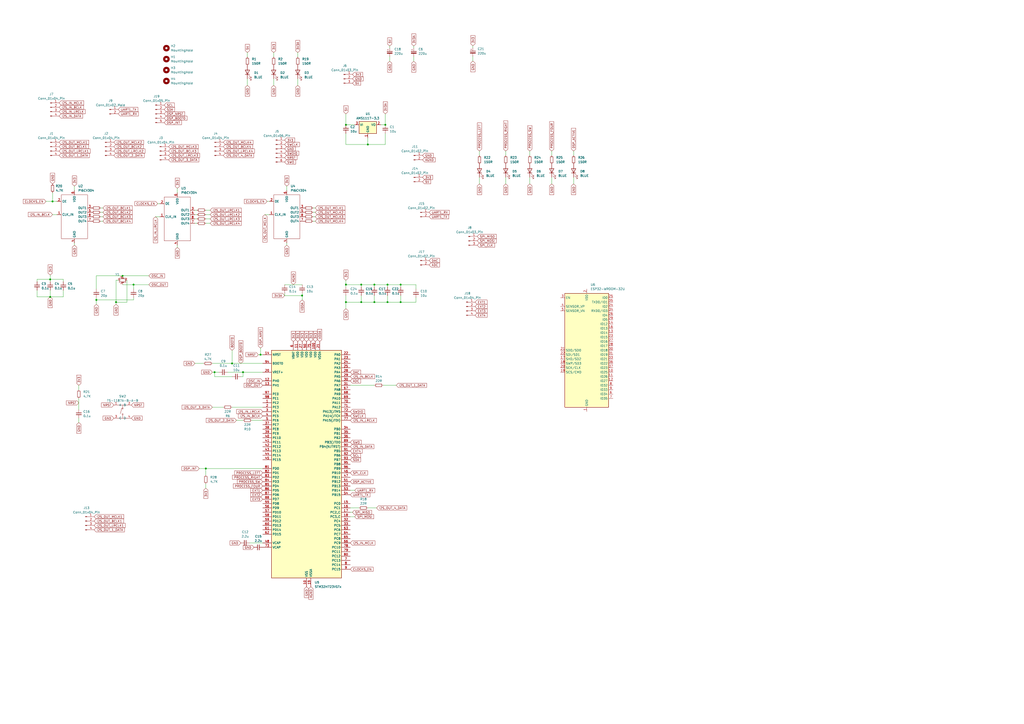
<source format=kicad_sch>
(kicad_sch (version 20231120) (generator "eeschema") (generator_version "8.0")
  (paper "A2")
  (junction (at 151.13 205.74))
  (junction (at 200.66 72.39))
  (junction (at 232.41 165.1))
  (junction (at 213.36 83.82))
  (junction (at 217.17 175.26))
  (junction (at 30.48 116.84))
  (junction (at 77.47 165.1))
  (junction (at 140.97 215.9))
  (junction (at 223.52 72.39))
  (junction (at 175.26 171.45))
  (junction (at 209.55 175.26))
  (junction (at 200.66 175.26))
  (junction (at 232.41 175.26))
  (junction (at 124.46 215.9))
  (junction (at 119.38 271.78))
  (junction (at 71.12 160.02))
  (junction (at 224.79 165.1))
  (junction (at 217.17 165.1))
  (junction (at 29.1123 162.0714))
  (junction (at 200.66 165.1))
  (junction (at 209.55 165.1))
  (junction (at 55.88 173.99))
  (junction (at 134.62 210.82))
  (junction (at 67.31 175.26))
  (junction (at 224.79 175.26))
  (junction (at 29.1123 172.2314))
  (wire (pts (xy 200.66 165.1) (xy 200.66 166.37)))
  (wire (pts (xy 232.41 175.26) (xy 241.3 175.26)))
  (wire (pts (xy 320.04 87.63) (xy 320.04 90.17)))
  (wire (pts (xy 200.66 66.04) (xy 200.66 72.39)))
  (wire (pts (xy 67.31 162.56) (xy 67.31 175.26)))
  (wire (pts (xy 45.72 231.14) (xy 45.72 237.49)))
  (wire (pts (xy 232.41 175.26) (xy 224.79 175.26)))
  (wire (pts (xy 123.19 215.9) (xy 124.46 215.9)))
  (wire (pts (xy 209.55 171.45) (xy 209.55 175.26)))
  (wire (pts (xy 240.03 26.67) (xy 240.03 27.813)))
  (wire (pts (xy 151.13 205.74) (xy 152.4 205.74)))
  (wire (pts (xy 71.12 160.02) (xy 55.88 160.02)))
  (wire (pts (xy 43.18 107.95) (xy 43.18 110.49)))
  (wire (pts (xy 232.41 171.45) (xy 232.41 175.26)))
  (wire (pts (xy 102.87 109.22) (xy 102.87 111.76)))
  (wire (pts (xy 182.88 128.27) (xy 181.61 128.27)))
  (wire (pts (xy 205.74 299.72) (xy 203.2 299.72)))
  (wire (pts (xy 172.72 49.53) (xy 172.72 45.72)))
  (wire (pts (xy 121.92 129.54) (xy 119.38 129.54)))
  (wire (pts (xy 226.06 26.67) (xy 226.06 27.813)))
  (wire (pts (xy 166.37 107.95) (xy 166.37 110.49)))
  (wire (pts (xy 119.38 271.78) (xy 152.4 271.78)))
  (wire (pts (xy 29.1123 159.5314) (xy 29.1123 162.0714)))
  (wire (pts (xy 224.79 171.45) (xy 224.79 175.26)))
  (wire (pts (xy 91.44 118.11) (xy 92.71 118.11)))
  (wire (pts (xy 217.17 171.45) (xy 217.17 175.26)))
  (wire (pts (xy 204.47 297.18) (xy 203.2 297.18)))
  (wire (pts (xy 29.1123 168.4214) (xy 29.1123 172.2314)))
  (wire (pts (xy 143.51 49.53) (xy 143.51 45.72)))
  (wire (pts (xy 59.69 128.27) (xy 58.42 128.27)))
  (wire (pts (xy 200.66 77.47) (xy 200.66 83.82)))
  (wire (pts (xy 241.3 167.64) (xy 241.3 165.1)))
  (wire (pts (xy 217.17 175.26) (xy 209.55 175.26)))
  (wire (pts (xy 213.36 80.01) (xy 213.36 83.82)))
  (wire (pts (xy 77.47 165.1) (xy 77.47 167.64)))
  (wire (pts (xy 274.32 26.543) (xy 274.32 27.686)))
  (wire (pts (xy 139.7 218.44) (xy 140.97 218.44)))
  (wire (pts (xy 59.69 123.19) (xy 58.42 123.19)))
  (wire (pts (xy 21.4923 162.0714) (xy 29.1123 162.0714)))
  (wire (pts (xy 55.88 172.72) (xy 55.88 173.99)))
  (wire (pts (xy 232.41 165.1) (xy 232.41 166.37)))
  (wire (pts (xy 224.79 175.26) (xy 217.17 175.26)))
  (wire (pts (xy 165.1 171.45) (xy 165.1 170.18)))
  (wire (pts (xy 218.44 294.64) (xy 213.36 294.64)))
  (wire (pts (xy 68.58 162.56) (xy 67.31 162.56)))
  (wire (pts (xy 59.69 120.65) (xy 58.42 120.65)))
  (wire (pts (xy 67.31 175.26) (xy 73.66 175.26)))
  (wire (pts (xy 71.12 160.02) (xy 86.36 160.02)))
  (wire (pts (xy 55.88 173.99) (xy 55.88 176.53)))
  (wire (pts (xy 30.48 116.84) (xy 33.02 116.84)))
  (wire (pts (xy 154.94 116.84) (xy 156.21 116.84)))
  (wire (pts (xy 307.34 106.68) (xy 307.34 102.87)))
  (wire (pts (xy 55.88 173.99) (xy 77.47 173.99)))
  (wire (pts (xy 224.79 165.1) (xy 232.41 165.1)))
  (wire (pts (xy 67.31 175.26) (xy 67.31 176.53)))
  (wire (pts (xy 217.17 165.1) (xy 224.79 165.1)))
  (wire (pts (xy 121.92 121.92) (xy 119.38 121.92)))
  (wire (pts (xy 134.62 218.44) (xy 124.46 218.44)))
  (wire (pts (xy 240.03 35.56) (xy 240.03 32.893)))
  (wire (pts (xy 123.19 210.82) (xy 134.62 210.82)))
  (wire (pts (xy 114.3 124.46) (xy 113.03 124.46)))
  (wire (pts (xy 140.97 215.9) (xy 152.4 215.9)))
  (wire (pts (xy 124.46 215.9) (xy 127 215.9)))
  (wire (pts (xy 182.88 120.65) (xy 181.61 120.65)))
  (wire (pts (xy 36.7323 162.0714) (xy 36.7323 163.3414)))
  (wire (pts (xy 140.97 218.44) (xy 140.97 215.9)))
  (wire (pts (xy 45.72 223.52) (xy 45.72 226.06)))
  (wire (pts (xy 36.7323 168.4214) (xy 36.7323 172.2314)))
  (wire (pts (xy 209.55 165.1) (xy 217.17 165.1)))
  (wire (pts (xy 200.66 72.39) (xy 205.74 72.39)))
  (wire (pts (xy 134.62 236.22) (xy 152.4 236.22)))
  (wire (pts (xy 278.13 87.63) (xy 278.13 90.17)))
  (wire (pts (xy 278.13 106.68) (xy 278.13 102.87)))
  (wire (pts (xy 26.67 116.84) (xy 30.48 116.84)))
  (wire (pts (xy 172.72 30.48) (xy 172.72 33.02)))
  (wire (pts (xy 153.67 124.46) (xy 156.21 124.46)))
  (wire (pts (xy 114.3 129.54) (xy 113.03 129.54)))
  (wire (pts (xy 200.66 162.56) (xy 200.66 165.1)))
  (wire (pts (xy 119.38 275.59) (xy 119.38 271.78)))
  (wire (pts (xy 124.46 218.44) (xy 124.46 215.9)))
  (wire (pts (xy 200.66 179.07) (xy 200.66 175.26)))
  (wire (pts (xy 146.05 243.84) (xy 152.4 243.84)))
  (wire (pts (xy 175.26 173.99) (xy 175.26 171.45)))
  (wire (pts (xy 132.08 215.9) (xy 140.97 215.9)))
  (wire (pts (xy 223.52 66.04) (xy 223.52 72.39)))
  (wire (pts (xy 166.37 142.24) (xy 166.37 140.97)))
  (wire (pts (xy 217.17 165.1) (xy 217.17 166.37)))
  (wire (pts (xy 121.92 124.46) (xy 119.38 124.46)))
  (wire (pts (xy 137.16 243.84) (xy 140.97 243.84)))
  (wire (pts (xy 43.18 142.24) (xy 43.18 140.97)))
  (wire (pts (xy 209.55 165.1) (xy 209.55 166.37)))
  (wire (pts (xy 175.26 171.45) (xy 165.1 171.45)))
  (wire (pts (xy 36.7323 172.2314) (xy 29.1123 172.2314)))
  (wire (pts (xy 123.19 236.22) (xy 129.54 236.22)))
  (wire (pts (xy 113.03 210.82) (xy 118.11 210.82)))
  (wire (pts (xy 320.04 106.68) (xy 320.04 102.87)))
  (wire (pts (xy 226.06 35.56) (xy 226.06 32.893)))
  (wire (pts (xy 307.34 87.63) (xy 307.34 90.17)))
  (wire (pts (xy 102.87 143.51) (xy 102.87 142.24)))
  (wire (pts (xy 200.66 165.1) (xy 209.55 165.1)))
  (wire (pts (xy 77.47 173.99) (xy 77.47 172.72)))
  (wire (pts (xy 115.57 271.78) (xy 119.38 271.78)))
  (wire (pts (xy 241.3 172.72) (xy 241.3 175.26)))
  (wire (pts (xy 29.1123 162.0714) (xy 36.7323 162.0714)))
  (wire (pts (xy 151.13 201.93) (xy 151.13 205.74)))
  (wire (pts (xy 30.48 124.46) (xy 33.02 124.46)))
  (wire (pts (xy 90.17 125.73) (xy 92.71 125.73)))
  (wire (pts (xy 205.74 284.48) (xy 203.2 284.48)))
  (wire (pts (xy 208.28 294.64) (xy 203.2 294.64)))
  (wire (pts (xy 224.79 165.1) (xy 224.79 166.37)))
  (wire (pts (xy 143.51 30.48) (xy 143.51 33.02)))
  (wire (pts (xy 144.78 314.96) (xy 152.4 314.96)))
  (wire (pts (xy 119.38 283.21) (xy 119.38 280.67)))
  (wire (pts (xy 213.36 83.82) (xy 223.52 83.82)))
  (wire (pts (xy 293.37 87.63) (xy 293.37 90.17)))
  (wire (pts (xy 55.88 160.02) (xy 55.88 167.64)))
  (wire (pts (xy 29.1123 162.0714) (xy 29.1123 163.3414)))
  (wire (pts (xy 134.62 203.2) (xy 134.62 210.82)))
  (wire (pts (xy 29.1123 172.2314) (xy 21.4923 172.2314)))
  (wire (pts (xy 59.69 125.73) (xy 58.42 125.73)))
  (wire (pts (xy 232.41 165.1) (xy 241.3 165.1)))
  (wire (pts (xy 332.74 87.63) (xy 332.74 90.17)))
  (wire (pts (xy 223.52 72.39) (xy 220.98 72.39)))
  (wire (pts (xy 223.52 83.82) (xy 223.52 77.47)))
  (wire (pts (xy 114.3 127) (xy 113.03 127)))
  (wire (pts (xy 165.1 165.1) (xy 175.26 165.1)))
  (wire (pts (xy 293.37 106.68) (xy 293.37 102.87)))
  (wire (pts (xy 30.48 111.76) (xy 30.48 116.84)))
  (wire (pts (xy 149.86 205.74) (xy 151.13 205.74)))
  (wire (pts (xy 73.66 162.56) (xy 73.66 175.26)))
  (wire (pts (xy 209.55 175.26) (xy 200.66 175.26)))
  (wire (pts (xy 332.74 106.68) (xy 332.74 102.87)))
  (wire (pts (xy 200.66 175.26) (xy 200.66 171.45)))
  (wire (pts (xy 45.72 245.11) (xy 45.72 242.57)))
  (wire (pts (xy 114.3 121.92) (xy 113.03 121.92)))
  (wire (pts (xy 200.66 83.82) (xy 213.36 83.82)))
  (wire (pts (xy 77.47 165.1) (xy 86.36 165.1)))
  (wire (pts (xy 175.26 171.45) (xy 175.26 170.18)))
  (wire (pts (xy 158.75 30.48) (xy 158.75 33.02)))
  (wire (pts (xy 274.32 35.433) (xy 274.32 32.766)))
  (wire (pts (xy 229.87 223.52) (xy 222.25 223.52)))
  (wire (pts (xy 203.2 223.52) (xy 217.17 223.52)))
  (wire (pts (xy 21.4923 162.0714) (xy 21.4923 163.3414)))
  (wire (pts (xy 134.62 210.82) (xy 152.4 210.82)))
  (wire (pts (xy 182.88 125.73) (xy 181.61 125.73)))
  (wire (pts (xy 158.75 49.53) (xy 158.75 45.72)))
  (wire (pts (xy 182.88 123.19) (xy 181.61 123.19)))
  (wire (pts (xy 21.4923 168.4214) (xy 21.4923 172.2314)))
  (wire (pts (xy 121.92 127) (xy 119.38 127)))
  (wire (pts (xy 71.12 165.1) (xy 77.47 165.1)))
  (global_label "I2S_IN_BCLK" (shape input) (at 34.29 62.23 0) (property "Intersheetrefs" "${INTERSHEET_REFS}" (effects (hide yes))))
  (global_label "GND" (shape input) (at 320.04 106.68 270) (property "Intersheetrefs" "${INTERSHEET_REFS}" (effects (hide yes))))
  (global_label "SWO" (shape input) (at 203.2 256.54 0) (property "Intersheetrefs" "${INTERSHEET_REFS}" (effects (hide yes))))
  (global_label "3V3" (shape input) (at 43.18 107.95 90) (property "Intersheetrefs" "${INTERSHEET_REFS}" (effects (hide yes))))
  (global_label "3V3" (shape input) (at 102.87 109.22 90) (property "Intersheetrefs" "${INTERSHEET_REFS}" (effects (hide yes))))
  (global_label "GND" (shape input) (at 293.37 106.68 270) (property "Intersheetrefs" "${INTERSHEET_REFS}" (effects (hide yes))))
  (global_label "SCL" (shape input) (at 203.2 264.16 0) (property "Intersheetrefs" "${INTERSHEET_REFS}" (effects (hide yes))))
  (global_label "I2S_OUT_LRCLK1" (shape input) (at 121.92 121.92 0) (property "Intersheetrefs" "${INTERSHEET_REFS}" (effects (hide yes))))
  (global_label "3V3" (shape input) (at 119.38 283.21 270) (property "Intersheetrefs" "${INTERSHEET_REFS}" (effects (hide yes))))
  (global_label "VDDA" (shape input) (at 175.26 173.99 270) (property "Intersheetrefs" "${INTERSHEET_REFS}" (effects (hide yes))))
  (global_label "SWCLK" (shape input) (at 203.2 241.3 0) (property "Intersheetrefs" "${INTERSHEET_REFS}" (effects (hide yes))))
  (global_label "EXT1" (shape input) (at 275.59 175.26 0) (property "Intersheetrefs" "${INTERSHEET_REFS}" (effects (hide yes))))
  (global_label "I2S_IN_LRCLK" (shape input) (at 152.4 238.76 180) (property "Intersheetrefs" "${INTERSHEET_REFS}" (effects (hide yes))))
  (global_label "3V3" (shape input) (at 245.11 102.87 0) (property "Intersheetrefs" "${INTERSHEET_REFS}" (effects (hide yes))))
  (global_label "OSC_IN" (shape input) (at 86.36 160.02 0) (property "Intersheetrefs" "${INTERSHEET_REFS}" (effects (hide yes))))
  (global_label "I2S_OUT_BCLK4" (shape input) (at 129.54 85.09 0) (property "Intersheetrefs" "${INTERSHEET_REFS}" (effects (hide yes))))
  (global_label "3V3A" (shape input) (at 223.52 66.04 90) (property "Intersheetrefs" "${INTERSHEET_REFS}" (effects (hide yes))))
  (global_label "SPI_MOSI" (shape input) (at 205.74 299.72 0) (property "Intersheetrefs" "${INTERSHEET_REFS}" (effects (hide yes))))
  (global_label "GND" (shape input) (at 200.66 179.07 270) (property "Intersheetrefs" "${INTERSHEET_REFS}" (effects (hide yes))))
  (global_label "GND" (shape input) (at 113.03 210.82 180) (property "Intersheetrefs" "${INTERSHEET_REFS}" (effects (hide yes))))
  (global_label "I2S_OUT_4_DATA" (shape input) (at 129.54 90.17 0) (property "Intersheetrefs" "${INTERSHEET_REFS}" (effects (hide yes))))
  (global_label "GND" (shape input) (at 102.87 143.51 270) (property "Intersheetrefs" "${INTERSHEET_REFS}" (effects (hide yes))))
  (global_label "UART1_RX" (shape input) (at 205.74 284.48 0) (property "Intersheetrefs" "${INTERSHEET_REFS}" (effects (hide yes))))
  (global_label "5V" (shape input) (at 226.06 26.67 90) (property "Intersheetrefs" "${INTERSHEET_REFS}" (effects (hide yes))))
  (global_label "I2S_OUT_1_DATA" (shape input) (at 54.61 307.34 0) (property "Intersheetrefs" "${INTERSHEET_REFS}" (effects (hide yes))))
  (global_label "SPI_MISO" (shape input) (at 276.86 137.16 0) (property "Intersheetrefs" "${INTERSHEET_REFS}" (effects (hide yes))))
  (global_label "DAC" (shape input) (at 248.92 151.13 0) (property "Intersheetrefs" "${INTERSHEET_REFS}" (effects (hide yes))))
  (global_label "PROCESS_LEFT" (shape input) (at 152.4 274.32 180) (property "Intersheetrefs" "${INTERSHEET_REFS}" (effects (hide yes))))
  (global_label "3V3" (shape input) (at 180.34 198.12 90) (property "Intersheetrefs" "${INTERSHEET_REFS}" (effects (hide yes))))
  (global_label "GND" (shape input) (at 240.03 35.56 270) (property "Intersheetrefs" "${INTERSHEET_REFS}" (effects (hide yes))))
  (global_label "GND" (shape input) (at 165.1 86.36 0) (property "Intersheetrefs" "${INTERSHEET_REFS}" (effects (hide yes))))
  (global_label "EXT3" (shape input) (at 275.59 180.34 0) (property "Intersheetrefs" "${INTERSHEET_REFS}" (effects (hide yes))))
  (global_label "UART1_TX" (shape input) (at 248.92 125.73 0) (property "Intersheetrefs" "${INTERSHEET_REFS}" (effects (hide yes))))
  (global_label "I2S_IN_DATA" (shape input) (at 203.2 259.08 0) (property "Intersheetrefs" "${INTERSHEET_REFS}" (effects (hide yes))))
  (global_label "I2S_OUT_MCLK4" (shape input) (at 129.54 82.55 0) (property "Intersheetrefs" "${INTERSHEET_REFS}" (effects (hide yes))))
  (global_label "EXT2" (shape input) (at 275.59 177.8 0) (property "Intersheetrefs" "${INTERSHEET_REFS}" (effects (hide yes))))
  (global_label "BOOT0" (shape input) (at 134.62 203.2 90) (property "Intersheetrefs" "${INTERSHEET_REFS}" (effects (hide yes))))
  (global_label "I2S_IN_BCLK" (shape input) (at 152.4 241.3 180) (property "Intersheetrefs" "${INTERSHEET_REFS}" (effects (hide yes))))
  (global_label "SPI_CLK" (shape input) (at 203.2 274.32 0) (property "Intersheetrefs" "${INTERSHEET_REFS}" (effects (hide yes))))
  (global_label "SWDIO" (shape input) (at 203.2 238.76 0) (property "Intersheetrefs" "${INTERSHEET_REFS}" (effects (hide yes))))
  (global_label "SPI_CLK" (shape input) (at 276.86 142.24 0) (property "Intersheetrefs" "${INTERSHEET_REFS}" (effects (hide yes))))
  (global_label "I2S_OUT_BCLK2" (shape input) (at 66.04 85.09 0) (property "Intersheetrefs" "${INTERSHEET_REFS}" (effects (hide yes))))
  (global_label "I2S_OUT_LRCLK3" (shape input) (at 97.79 90.17 0) (property "Intersheetrefs" "${INTERSHEET_REFS}" (effects (hide yes))))
  (global_label "I2S_OUT_MCLK1" (shape input) (at 182.88 120.65 0) (property "Intersheetrefs" "${INTERSHEET_REFS}" (effects (hide yes))))
  (global_label "GND" (shape input) (at 158.75 49.53 270) (property "Intersheetrefs" "${INTERSHEET_REFS}" (effects (hide yes))))
  (global_label "I2S_IN_LRCLK" (shape input) (at 34.29 64.77 0) (property "Intersheetrefs" "${INTERSHEET_REFS}" (effects (hide yes))))
  (global_label "I2S_OUT_MCLK3" (shape input) (at 97.79 85.09 0) (property "Intersheetrefs" "${INTERSHEET_REFS}" (effects (hide yes))))
  (global_label "GND" (shape input) (at 67.31 176.53 270) (property "Intersheetrefs" "${INTERSHEET_REFS}" (effects (hide yes))))
  (global_label "UART1_RX" (shape input) (at 248.92 123.19 0) (property "Intersheetrefs" "${INTERSHEET_REFS}" (effects (hide yes))))
  (global_label "3V3" (shape input) (at 177.8 198.12 90) (property "Intersheetrefs" "${INTERSHEET_REFS}" (effects (hide yes))))
  (global_label "5V" (shape input) (at 143.51 30.48 90) (property "Intersheetrefs" "${INTERSHEET_REFS}" (effects (hide yes))))
  (global_label "OSC_OUT" (shape input) (at 86.36 165.1 0) (property "Intersheetrefs" "${INTERSHEET_REFS}" (effects (hide yes))))
  (global_label "NRST" (shape input) (at 76.2 234.95 0) (property "Intersheetrefs" "${INTERSHEET_REFS}" (effects (hide yes))))
  (global_label "3V3" (shape input) (at 200.66 162.56 90) (property "Intersheetrefs" "${INTERSHEET_REFS}" (effects (hide yes))))
  (global_label "I2S_OUT_MCLK3" (shape input) (at 182.88 125.73 0) (property "Intersheetrefs" "${INTERSHEET_REFS}" (effects (hide yes))))
  (global_label "5V" (shape input) (at 245.11 105.41 0) (property "Intersheetrefs" "${INTERSHEET_REFS}" (effects (hide yes))))
  (global_label "GND" (shape input) (at 139.7 314.96 180) (property "Intersheetrefs" "${INTERSHEET_REFS}" (effects (hide yes))))
  (global_label "I2S_OUT_BCLK1" (shape input) (at 34.29 85.09 0) (property "Intersheetrefs" "${INTERSHEET_REFS}" (effects (hide yes))))
  (global_label "I2S_OUT_MCLK1" (shape input) (at 34.29 82.55 0) (property "Intersheetrefs" "${INTERSHEET_REFS}" (effects (hide yes))))
  (global_label "3V3A" (shape input) (at 172.72 30.48 90) (property "Intersheetrefs" "${INTERSHEET_REFS}" (effects (hide yes))))
  (global_label "PROCESS_FOUR" (shape input) (at 152.4 281.94 180) (property "Intersheetrefs" "${INTERSHEET_REFS}" (effects (hide yes))))
  (global_label "CLOCKS_EN" (shape input) (at 26.67 116.84 180) (property "Intersheetrefs" "${INTERSHEET_REFS}" (effects (hide yes))))
  (global_label "I2S_OUT_LRCLK2" (shape input) (at 121.92 124.46 0) (property "Intersheetrefs" "${INTERSHEET_REFS}" (effects (hide yes))))
  (global_label "GND" (shape input) (at 143.51 49.53 270) (property "Intersheetrefs" "${INTERSHEET_REFS}" (effects (hide yes))))
  (global_label "GND" (shape input) (at 147.32 317.5 180) (property "Intersheetrefs" "${INTERSHEET_REFS}" (effects (hide yes))))
  (global_label "UART1_RX" (shape input) (at 68.58 66.04 0) (property "Intersheetrefs" "${INTERSHEET_REFS}" (effects (hide yes))))
  (global_label "I2S_OUT_LRCLK4" (shape input) (at 121.92 129.54 0) (property "Intersheetrefs" "${INTERSHEET_REFS}" (effects (hide yes))))
  (global_label "3V3" (shape input) (at 172.72 198.12 90) (property "Intersheetrefs" "${INTERSHEET_REFS}" (effects (hide yes))))
  (global_label "SDA" (shape input) (at 95.25 63.5 0) (property "Intersheetrefs" "${INTERSHEET_REFS}" (effects (hide yes))))
  (global_label "I2S_OUT_BCLK3" (shape input) (at 97.79 87.63 0) (property "Intersheetrefs" "${INTERSHEET_REFS}" (effects (hide yes))))
  (global_label "GND" (shape input) (at 76.2 242.57 0) (property "Intersheetrefs" "${INTERSHEET_REFS}" (effects (hide yes))))
  (global_label "SCL" (shape input) (at 95.25 60.96 0) (property "Intersheetrefs" "${INTERSHEET_REFS}" (effects (hide yes))))
  (global_label "I2S_OUT_LRCLK3" (shape input) (at 121.92 127 0) (property "Intersheetrefs" "${INTERSHEET_REFS}" (effects (hide yes))))
  (global_label "EXT4" (shape input) (at 275.59 182.88 0) (property "Intersheetrefs" "${INTERSHEET_REFS}" (effects (hide yes))))
  (global_label "3V3" (shape input) (at 170.18 198.12 90) (property "Intersheetrefs" "${INTERSHEET_REFS}" (effects (hide yes))))
  (global_label "I2S_OUT_2_DATA" (shape input) (at 66.04 90.17 0) (property "Intersheetrefs" "${INTERSHEET_REFS}" (effects (hide yes))))
  (global_label "I2S_OUT_LRCLK2" (shape input) (at 66.04 87.63 0) (property "Intersheetrefs" "${INTERSHEET_REFS}" (effects (hide yes))))
  (global_label "I2S_OUT_LRCLK1" (shape input) (at 34.29 87.63 0) (property "Intersheetrefs" "${INTERSHEET_REFS}" (effects (hide yes))))
  (global_label "CLOCKS_EN" (shape input) (at 91.44 118.11 180) (property "Intersheetrefs" "${INTERSHEET_REFS}" (effects (hide yes))))
  (global_label "SWDIO" (shape input) (at 165.1 88.9 0) (property "Intersheetrefs" "${INTERSHEET_REFS}" (effects (hide yes))))
  (global_label "NRST" (shape input) (at 66.04 234.95 180) (property "Intersheetrefs" "${INTERSHEET_REFS}" (effects (hide yes))))
  (global_label "I2S_OUT_4_DATA" (shape input) (at 218.44 294.64 0) (property "Intersheetrefs" "${INTERSHEET_REFS}" (effects (hide yes))))
  (global_label "3V3" (shape input) (at 182.88 198.12 90) (property "Intersheetrefs" "${INTERSHEET_REFS}" (effects (hide yes))))
  (global_label "I2S_IN_MCLK" (shape input) (at 203.2 314.96 0) (property "Intersheetrefs" "${INTERSHEET_REFS}" (effects (hide yes))))
  (global_label "I2S_IN_BCLK" (shape input) (at 203.2 218.44 0) (property "Intersheetrefs" "${INTERSHEET_REFS}" (effects (hide yes))))
  (global_label "I2S_OUT_MCLK" (shape input) (at 153.67 124.46 270) (property "Intersheetrefs" "${INTERSHEET_REFS}" (effects (hide yes))))
  (global_label "DSP_INT" (shape input) (at 115.57 271.78 180) (property "Intersheetrefs" "${INTERSHEET_REFS}" (effects (hide yes))))
  (global_label "3V3" (shape input) (at 166.37 107.95 90) (property "Intersheetrefs" "${INTERSHEET_REFS}" (effects (hide yes))))
  (global_label "EXT2" (shape input) (at 152.4 287.02 180) (property "Intersheetrefs" "${INTERSHEET_REFS}" (effects (hide yes))))
  (global_label "GND" (shape input) (at 166.37 142.24 270) (property "Intersheetrefs" "${INTERSHEET_REFS}" (effects (hide yes))))
  (global_label "5V" (shape input) (at 204.47 48.26 0) (property "Intersheetrefs" "${INTERSHEET_REFS}" (effects (hide yes))))
  (global_label "GND" (shape input) (at 30.48 106.68 90) (property "Intersheetrefs" "${INTERSHEET_REFS}" (effects (hide yes))))
  (global_label "I2S_OUT_MCLK2" (shape input) (at 182.88 123.19 0) (property "Intersheetrefs" "${INTERSHEET_REFS}" (effects (hide yes))))
  (global_label "PROCESS_RIGHT" (shape input) (at 152.4 276.86 180) (property "Intersheetrefs" "${INTERSHEET_REFS}" (effects (hide yes))))
  (global_label "GND" (shape input) (at 204.47 45.72 0) (property "Intersheetrefs" "${INTERSHEET_REFS}" (effects (hide yes))))
  (global_label "3V3" (shape input) (at 175.26 198.12 90) (property "Intersheetrefs" "${INTERSHEET_REFS}" (effects (hide yes))))
  (global_label "GND" (shape input) (at 55.88 176.53 270) (property "Intersheetrefs" "${INTERSHEET_REFS}" (effects (hide yes))))
  (global_label "I2S_OUT_1_DATA" (shape input) (at 34.29 90.17 0) (property "Intersheetrefs" "${INTERSHEET_REFS}" (effects (hide yes))))
  (global_label "GND" (shape input) (at 274.32 35.433 270) (property "Intersheetrefs" "${INTERSHEET_REFS}" (effects (hide yes))))
  (global_label "3V3A" (shape input) (at 240.03 26.67 90) (property "Intersheetrefs" "${INTERSHEET_REFS}" (effects (hide yes))))
  (global_label "I2S_OUT_LRCLK1" (shape input) (at 54.61 304.8 0) (property "Intersheetrefs" "${INTERSHEET_REFS}" (effects (hide yes))))
  (global_label "I2S_OUT_BCLK4" (shape input) (at 59.69 128.27 0) (property "Intersheetrefs" "${INTERSHEET_REFS}" (effects (hide yes))))
  (global_label "GND" (shape input) (at 66.04 242.57 180) (property "Intersheetrefs" "${INTERSHEET_REFS}" (effects (hide yes))))
  (global_label "3V3" (shape input) (at 45.72 223.52 90) (property "Intersheetrefs" "${INTERSHEET_REFS}" (effects (hide yes))))
  (global_label "DSP_INT" (shape input) (at 95.25 71.12 0) (property "Intersheetrefs" "${INTERSHEET_REFS}" (effects (hide yes))))
  (global_label "SPI_MISO" (shape input) (at 204.47 297.18 0) (property "Intersheetrefs" "${INTERSHEET_REFS}" (effects (hide yes))))
  (global_label "I2S_OUT_LRCLK4" (shape input) (at 129.54 87.63 0) (property "Intersheetrefs" "${INTERSHEET_REFS}" (effects (hide yes))))
  (global_label "GND" (shape input) (at 307.34 106.68 270) (property "Intersheetrefs" "${INTERSHEET_REFS}" (effects (hide yes))))
  (global_label "NRST" (shape input) (at 45.72 233.68 180) (property "Intersheetrefs" "${INTERSHEET_REFS}" (effects (hide yes))))
  (global_label "SWO" (shape input) (at 165.1 93.98 0) (property "Intersheetrefs" "${INTERSHEET_REFS}" (effects (hide yes))))
  (global_label "GND" (shape input) (at 332.74 106.68 270) (property "Intersheetrefs" "${INTERSHEET_REFS}" (effects (hide yes))))
  (global_label "I2S_IN_DATA" (shape input) (at 34.29 67.31 0) (property "Intersheetrefs" "${INTERSHEET_REFS}" (effects (hide yes))))
  (global_label "UART1_TX" (shape input) (at 68.58 63.5 0) (property "Intersheetrefs" "${INTERSHEET_REFS}" (effects (hide yes))))
  (global_label "3V3" (shape input) (at 274.32 26.543 90) (property "Intersheetrefs" "${INTERSHEET_REFS}" (effects (hide yes))))
  (global_label "VDDA" (shape input) (at 185.42 198.12 90) (property "Intersheetrefs" "${INTERSHEET_REFS}" (effects (hide yes))))
  (global_label "GND" (shape input) (at 123.19 215.9 180) (property "Intersheetrefs" "${INTERSHEET_REFS}" (effects (hide yes))))
  (global_label "3V3" (shape input) (at 158.75 30.48 90) (property "Intersheetrefs" "${INTERSHEET_REFS}" (effects (hide yes))))
  (global_label "GND" (shape input) (at 278.13 106.68 270) (property "Intersheetrefs" "${INTERSHEET_REFS}" (effects (hide yes))))
  (global_label "EXT3" (shape input) (at 152.4 289.56 180) (property "Intersheetrefs" "${INTERSHEET_REFS}" (effects (hide yes))))
  (global_label "DSP_BOOT0" (shape input) (at 139.7 210.82 90) (property "Intersheetrefs" "${INTERSHEET_REFS}" (effects (hide yes))))
  (global_label "GND" (shape input) (at 245.11 90.17 0) (property "Intersheetrefs" "${INTERSHEET_REFS}" (effects (hide yes))))
  (global_label "DSP_NRST" (shape input) (at 151.13 201.93 90) (property "Intersheetrefs" "${INTERSHEET_REFS}" (effects (hide yes))))
  (global_label "I2S_OUT_MCLK4" (shape input) (at 182.88 128.27 0) (property "Intersheetrefs" "${INTERSHEET_REFS}" (effects (hide yes))))
  (global_label "DSP_ACTIVE" (shape input) (at 203.2 279.4 0) (property "Intersheetrefs" "${INTERSHEET_REFS}" (effects (hide yes))))
  (global_label "AGND" (shape input) (at 180.34 340.36 270) (property "Intersheetrefs" "${INTERSHEET_REFS}" (effects (hide yes))))
  (global_label "I2S_OUT_2_DATA" (shape input) (at 137.16 243.84 180) (property "Intersheetrefs" "${INTERSHEET_REFS}" (effects (hide yes))))
  (global_label "I2S_OUT_MCLK2" (shape input) (at 66.04 82.55 0) (property "Intersheetrefs" "${INTERSHEET_REFS}" (effects (hide yes))))
  (global_label "AGND" (shape input) (at 170.18 165.1 90) (property "Intersheetrefs" "${INTERSHEET_REFS}" (effects (hide yes))))
  (global_label "OSC_OUT" (shape input) (at 152.4 223.52 180) (property "Intersheetrefs" "${INTERSHEET_REFS}" (effects (hide yes))))
  (global_label "GND" (shape input) (at 226.06 35.56 270) (property "Intersheetrefs" "${INTERSHEET_REFS}" (effects (hide yes))))
  (global_label "I2S_OUT_3_DATA" (shape input) (at 97.79 92.71 0) (property "Intersheetrefs" "${INTERSHEET_REFS}" (effects (hide yes))))
  (global_label "PROCESS_RIGHT" (shape input) (at 293.37 87.63 90) (property "Intersheetrefs" "${INTERSHEET_REFS}" (effects (hide yes))))
  (global_label "DSP_ACTIVE" (shape input) (at 332.74 87.63 90) (property "Intersheetrefs" "${INTERSHEET_REFS}" (effects (hide yes))))
  (global_label "I2S_OUT_1_DATA" (shape input) (at 229.87 223.52 0) (property "Intersheetrefs" "${INTERSHEET_REFS}" (effects (hide yes))))
  (global_label "I2S_OUT_BCLK2" (shape input) (at 59.69 123.19 0) (property "Intersheetrefs" "${INTERSHEET_REFS}" (effects (hide yes))))
  (global_label "CLOCKS_EN" (shape input) (at 203.2 330.2 0) (property "Intersheetrefs" "${INTERSHEET_REFS}" (effects (hide yes))))
  (global_label "I2S_OUT_BCLK1" (shape input) (at 54.61 302.26 0) (property "Intersheetrefs" "${INTERSHEET_REFS}" (effects (hide yes))))
  (global_label "GND" (shape input) (at 45.72 245.11 270) (property "Intersheetrefs" "${INTERSHEET_REFS}" (effects (hide yes))))
  (global_label "DSP_NRST" (shape input) (at 95.25 66.04 0) (property "Intersheetrefs" "${INTERSHEET_REFS}" (effects (hide yes))))
  (global_label "3V3" (shape input) (at 29.1123 159.5314 90) (property "Intersheetrefs" "${INTERSHEET_REFS}" (effects (hide yes))))
  (global_label "I2S_IN_MCLK" (shape input) (at 34.29 59.69 0) (property "Intersheetrefs" "${INTERSHEET_REFS}" (effects (hide yes))))
  (global_label "SWCLK" (shape input) (at 165.1 83.82 0) (property "Intersheetrefs" "${INTERSHEET_REFS}" (effects (hide yes))))
  (global_label "3V3A" (shape input) (at 165.1 171.45 180) (property "Intersheetrefs" "${INTERSHEET_REFS}" (effects (hide yes))))
  (global_label "EXT1" (shape input) (at 152.4 284.48 180) (property "Intersheetrefs" "${INTERSHEET_REFS}" (effects (hide yes))))
  (global_label "PROCESS_SW" (shape input) (at 307.34 87.63 90) (property "Intersheetrefs" "${INTERSHEET_REFS}" (effects (hide yes))))
  (global_label "I2S_IN_LRCLK" (shape input) (at 90.17 125.73 270) (property "Intersheetrefs" "${INTERSHEET_REFS}" (effects (hide yes))))
  (global_label "I2S_OUT_BCLK3" (shape input) (at 59.69 125.73 0) (property "Intersheetrefs" "${INTERSHEET_REFS}" (effects (hide yes))))
  (global_label "UART1_TX" (shape input) (at 203.2 287.02 0) (property "Intersheetrefs" "${INTERSHEET_REFS}" (effects (hide yes))))
  (global_label "NRST" (shape input) (at 149.86 205.74 180) (property "Intersheetrefs" "${INTERSHEET_REFS}" (effects (hide yes))))
  (global_label "PROCESS_FOUR" (shape input) (at 320.04 87.63 90) (property "Intersheetrefs" "${INTERSHEET_REFS}" (effects (hide yes))))
  (global_label "SPI_MOSI" (shape input) (at 276.86 139.7 0) (property "Intersheetrefs" "${INTERSHEET_REFS}" (effects (hide yes))))
  (global_label "OSC_IN" (shape input) (at 152.4 220.98 180) (property "Intersheetrefs" "${INTERSHEET_REFS}" (effects (hide yes))))
  (global_label "DAC" (shape input) (at 203.2 215.9 0) (property "Intersheetrefs" "${INTERSHEET_REFS}" (effects (hide yes))))
  (global_label "I2S_OUT_MCLK1" (shape input) (at 54.61 299.72 0) (property "Intersheetrefs" "${INTERSHEET_REFS}" (effects (hide yes))))
  (global_label "ADC" (shape input) (at 248.92 153.67 0) (property "Intersheetrefs" "${INTERSHEET_REFS}" (effects (hide yes))))
  (global_label "DSP_BOOT0" (shape input) (at 95.25 68.58 0) (property "Intersheetrefs" "${INTERSHEET_REFS}" (effects (hide yes))))
  (global_label "PROCESS_SW" (shape input) (at 152.4 279.4 180) (property "Intersheetrefs" "${INTERSHEET_REFS}" (effects (hide yes))))
  (global_label "I2S_OUT_3_DATA" (shape input) (at 123.19 236.22 180) (property "Intersheetrefs" "${INTERSHEET_REFS}" (effects (hide yes))))
  (global_label "I2S_IN_BCLK" (shape input) (at 30.48 124.46 180) (property "Intersheetrefs" "${INTERSHEET_REFS}" (effects (hide yes))))
  (global_label "3V3" (shape input) (at 204.47 43.18 0) (property "Intersheetrefs" "${INTERSHEET_REFS}" (effects (hide yes))))
  (global_label "CLOCKS_EN" (shape input) (at 154.94 116.84 180) (property "Intersheetrefs" "${INTERSHEET_REFS}" (effects (hide yes))))
  (global_label "ADC" (shape input) (at 203.2 220.98 0) (property "Intersheetrefs" "${INTERSHEET_REFS}" (effects (hide yes))))
  (global_label "GND" (shape input) (at 43.18 142.24 270) (property "Intersheetrefs" "${INTERSHEET_REFS}" (effects (hide yes))))
  (global_label "AGND" (shape input) (at 245.11 92.71 0) (property "Intersheetrefs" "${INTERSHEET_REFS}" (effects (hide yes))))
  (global_label "PROCESS_LEFT" (shape input) (at 278.13 87.63 90) (property "Intersheetrefs" "${INTERSHEET_REFS}" (effects (hide yes))))
  (global_label "5V" (shape input) (at 200.66 66.04 90) (property "Intersheetrefs" "${INTERSHEET_REFS}" (effects (hide yes))))
  (global_label "GND" (shape input) (at 29.1123 172.2314 270) (property "Intersheetrefs" "${INTERSHEET_REFS}" (effects (hide yes))))
  (global_label "EXT4" (shape input) (at 203.2 261.62 0) (property "Intersheetrefs" "${INTERSHEET_REFS}" (effects (hide yes))))
  (global_label "NRST" (shape input) (at 165.1 91.44 0) (property "Intersheetrefs" "${INTERSHEET_REFS}" (effects (hide yes))))
  (global_label "3V3" (shape input) (at 165.1 81.28 0) (property "Intersheetrefs" "${INTERSHEET_REFS}" (effects (hide yes))))
  (global_label "SDA" (shape input) (at 203.2 266.7 0) (property "Intersheetrefs" "${INTERSHEET_REFS}" (effects (hide yes))))
  (global_label "GND" (shape input) (at 172.72 49.53 270) (property "Intersheetrefs" "${INTERSHEET_REFS}" (effects (hide yes))))
  (global_label "GND" (shape input) (at 177.8 340.36 270) (property "Intersheetrefs" "${INTERSHEET_REFS}" (effects (hide yes))))
  (global_label "I2S_OUT_BCLK1" (shape input) (at 59.69 120.65 0) (property "Intersheetrefs" "${INTERSHEET_REFS}" (effects (hide yes))))
  (global_label "I2S_IN_LRCLK" (shape input) (at 203.2 243.84 0) (property "Intersheetrefs" "${INTERSHEET_REFS}" (effects (hide yes))))
  (symbol (lib_id "Device:LED") (at 158.75 41.91 90) (unit 1)
    (property "Reference" "D2" (at 162.56 42.2274 90) (effects (justify right)))
    (property "Value" "BLUE" (at 162.56 44.7674 90) (effects (justify right)))
    (property "Footprint" "Diode_SMD:D_0603_1608Metric" (effects (hide yes)))
    (property "Description" "Light emitting diode" (effects (hide yes)))
    (property "LCSC" "C84259" (effects (hide yes)))
  )
  (symbol (lib_id "Device:C_Small") (at 241.3 170.18 0) (unit 1)
    (property "Reference" "C10" (at 243.84 168.9162 0) (effects (justify left)))
    (property "Value" "10u" (at 243.84 171.4562 0) (effects (justify left)))
    (property "Footprint" "Capacitor_SMD:C_1206_3216Metric" (effects (hide yes)))
    (property "Description" "Unpolarized capacitor, small symbol" (effects (hide yes)))
    (property "LCSC" "C13585" (effects (hide yes)))
  )
  (symbol (lib_id "Device:C_Small") (at 21.4923 165.8814 0) (unit 1)
    (property "Reference" "C3" (at 24.0323 164.6176 0) (effects (justify left)))
    (property "Value" "0.1u" (at 24.0323 167.1576 0) (effects (justify left)))
    (property "Footprint" "Capacitor_SMD:C_0805_2012Metric" (effects (hide yes)))
    (property "Description" "Unpolarized capacitor, small symbol" (effects (hide yes)))
    (property "LCSC" "C28233" (effects (hide yes)))
  )
  (symbol (lib_id "Device:C_Small") (at 224.79 168.91 0) (unit 1)
    (property "Reference" "C22" (at 227.33 167.6462 0) (effects (justify left)))
    (property "Value" "0.1u" (at 227.33 170.1862 0) (effects (justify left)))
    (property "Footprint" "Capacitor_SMD:C_0805_2012Metric" (effects (hide yes)))
    (property "Description" "Unpolarized capacitor, small symbol" (effects (hide yes)))
    (property "LCSC" "C28233" (effects (hide yes)))
  )
  (symbol (lib_id "Connector:Conn_01x02_Pin") (at 243.84 151.13 0) (unit 1)
    (property "Reference" "J17" (at 244.475 146.05 0))
    (property "Value" "Conn_01x02_Pin" (at 244.475 148.59 0))
    (property "Footprint" "Connector_PinHeader_2.54mm:PinHeader_1x02_P2.54mm_Vertical" (effects (hide yes)))
    (property "Description" "Generic connector, single row, 01x02, script generated" (effects (hide yes)))
    (property "LCSC" "C225477" (effects (hide yes)))
  )
  (symbol (lib_id "Device:R_Small") (at 293.37 92.71 0) (unit 1)
    (property "Reference" "R23" (at 295.91 91.4399 0) (effects (justify left)))
    (property "Value" "150R" (at 295.91 93.9799 0) (effects (justify left)))
    (property "Footprint" "Resistor_SMD:R_0603_1608Metric" (effects (hide yes)))
    (property "Description" "Resistor, small symbol" (effects (hide yes)))
    (property "LCSC" "C22808" (effects (hide yes)))
  )
  (symbol (lib_id "Device:LED") (at 278.13 99.06 90) (unit 1)
    (property "Reference" "D4" (at 281.94 99.3774 90) (effects (justify right)))
    (property "Value" "BLUE" (at 281.94 101.9174 90) (effects (justify right)))
    (property "Footprint" "Diode_SMD:D_0603_1608Metric" (effects (hide yes)))
    (property "Description" "Light emitting diode" (effects (hide yes)))
    (property "LCSC" "C84259" (effects (hide yes)))
  )
  (symbol (lib_id "Device:LED") (at 293.37 99.06 90) (unit 1)
    (property "Reference" "D5" (at 297.18 99.3774 90) (effects (justify right)))
    (property "Value" "BLUE" (at 297.18 101.9174 90) (effects (justify right)))
    (property "Footprint" "Diode_SMD:D_0603_1608Metric" (effects (hide yes)))
    (property "Description" "Light emitting diode" (effects (hide yes)))
    (property "LCSC" "C84259" (effects (hide yes)))
  )
  (symbol (lib_id "Connector:Conn_01x04_Pin") (at 49.53 302.26 0) (unit 1)
    (property "Reference" "J13" (at 50.165 294.64 0))
    (property "Value" "Conn_01x04_Pin" (at 50.165 297.18 0))
    (property "Footprint" "Connector_PinHeader_2.54mm:PinHeader_1x04_P2.54mm_Vertical" (effects (hide yes)))
    (property "Description" "Generic connector, single row, 01x04, script generated" (effects (hide yes)))
    (property "LCSC" "C6332197" (effects (hide yes)))
  )
  (symbol (lib_id "Device:R_Small") (at 179.07 120.65 90) (unit 1)
    (property "Reference" "R3" (effects (hide yes)))
    (property "Value" "22R" (effects (hide yes)))
    (property "Footprint" "Resistor_SMD:R_0603_1608Metric" (effects (hide yes)))
    (property "Description" "Resistor, small symbol" (effects (hide yes)))
    (property "LCSC" "C23345" (effects (hide yes)))
  )
  (symbol (lib_id "Connector:Conn_01x04_Pin") (at 29.21 85.09 0) (unit 1)
    (property "Reference" "J1" (at 29.845 77.47 0))
    (property "Value" "Conn_01x04_Pin" (at 29.845 80.01 0))
    (property "Footprint" "Connector_JST:JST_PH_B4B-PH-K_1x04_P2.00mm_Vertical" (effects (hide yes)))
    (property "Description" "Generic connector, single row, 01x04, script generated" (effects (hide yes)))
  )
  (symbol (lib_id "Mechanical:MountingHole") (at 96.52 27.94 0) (unit 1) (exclude_from_sim yes) (in_bom no)
    (property "Reference" "H2" (at 99.06 26.6699 0) (effects (justify left)))
    (property "Value" "MountingHole" (at 99.06 29.2099 0) (effects (justify left)))
    (property "Footprint" "MountingHole:MountingHole_3.2mm_M3_DIN965_Pad_TopOnly" (effects (hide yes)))
    (property "Description" "Mounting Hole without connection" (effects (hide yes)))
  )
  (symbol (lib_id "Device:C_Small") (at 223.52 74.93 0) (unit 1)
    (property "Reference" "C1" (at 226.06 73.6662 0) (effects (justify left)))
    (property "Value" "10u" (at 226.06 76.2062 0) (effects (justify left)))
    (property "Footprint" "Capacitor_SMD:C_1206_3216Metric" (effects (hide yes)))
    (property "Description" "Unpolarized capacitor, small symbol" (effects (hide yes)))
    (property "LCSC" "C13585" (effects (hide yes)))
  )
  (symbol (lib_id "Mechanical:MountingHole") (at 96.52 34.29 0) (unit 1) (exclude_from_sim yes) (in_bom no)
    (property "Reference" "H1" (at 99.06 33.0199 0) (effects (justify left)))
    (property "Value" "MountingHole" (at 99.06 35.5599 0) (effects (justify left)))
    (property "Footprint" "MountingHole:MountingHole_3.2mm_M3_DIN965_Pad_TopOnly" (effects (hide yes)))
    (property "Description" "Mounting Hole without connection" (effects (hide yes)))
  )
  (symbol (lib_id "Connector:Conn_01x02_Pin") (at 243.84 123.19 0) (unit 1)
    (property "Reference" "J15" (at 244.475 118.11 0))
    (property "Value" "Conn_01x02_Pin" (at 244.475 120.65 0))
    (property "Footprint" "Connector_PinHeader_2.54mm:PinHeader_1x02_P2.54mm_Vertical" (effects (hide yes)))
    (property "Description" "Generic connector, single row, 01x02, script generated" (effects (hide yes)))
    (property "LCSC" "C225477" (effects (hide yes)))
  )
  (symbol (lib_id "Device:R_Small") (at 219.71 223.52 90) (unit 1)
    (property "Reference" "R14" (at 219.71 218.44 90))
    (property "Value" "22R" (at 219.71 220.98 90))
    (property "Footprint" "Resistor_SMD:R_0603_1608Metric" (effects (hide yes)))
    (property "Description" "Resistor, small symbol" (effects (hide yes)))
    (property "LCSC" "C23345" (effects (hide yes)))
  )
  (symbol (lib_id "Connector:Conn_01x02_Pin") (at 240.03 102.87 0) (unit 1)
    (property "Reference" "J14" (at 240.665 97.79 0))
    (property "Value" "Conn_01x02_Pin" (at 240.665 100.33 0))
    (property "Footprint" "Connector_PinHeader_2.54mm:PinHeader_1x02_P2.54mm_Vertical" (effects (hide yes)))
    (property "Description" "Generic connector, single row, 01x02, script generated" (effects (hide yes)))
    (property "LCSC" "C225477" (effects (hide yes)))
  )
  (symbol (lib_id "Connector:Conn_01x05_Pin") (at 90.17 66.04 0) (unit 1)
    (property "Reference" "J19" (at 90.805 55.88 0))
    (property "Value" "Conn_01x05_Pin" (at 90.805 58.42 0))
    (property "Footprint" "Connector_JST:JST_PH_B5B-PH-K_1x05_P2.00mm_Vertical" (effects (hide yes)))
    (property "Description" "Generic connector, single row, 01x05, script generated" (effects (hide yes)))
  )
  (symbol (lib_id "Device:R_Small") (at 210.82 294.64 90) (unit 1)
    (property "Reference" "R18" (at 210.82 289.56 90))
    (property "Value" "22R" (at 210.82 292.1 90))
    (property "Footprint" "Resistor_SMD:R_0603_1608Metric" (effects (hide yes)))
    (property "Description" "Resistor, small symbol" (effects (hide yes)))
    (property "LCSC" "C23345" (effects (hide yes)))
  )
  (symbol (lib_id "Regulator_Linear:AMS1117-3.3") (at 213.36 72.39 0) (unit 1)
    (property "Reference" "U1" (at 213.36 66.04 0))
    (property "Value" "AMS1117-3.3" (at 213.36 68.58 0))
    (property "Footprint" "Package_TO_SOT_SMD:SOT-223-3_TabPin2" (effects (hide yes)))
    (property "Datasheet" "http://www.advanced-monolithic.com/pdf/ds1117.pdf" (effects (hide yes)))
    (property "Description" "1A Low Dropout regulator, positive, 3.3V fixed output, SOT-223" (effects (hide yes)))
    (property "LCSC" "C6186" (effects (hide yes)))
  )
  (symbol (lib_id "Connector:Conn_01x04_Pin") (at 124.46 85.09 0) (unit 1)
    (property "Reference" "J4" (at 125.095 77.47 0))
    (property "Value" "Conn_01x04_Pin" (at 125.095 80.01 0))
    (property "Footprint" "Connector_JST:JST_PH_B4B-PH-K_1x04_P2.00mm_Vertical" (effects (hide yes)))
    (property "Description" "Generic connector, single row, 01x04, script generated" (effects (hide yes)))
  )
  (symbol (lib_id "Custom:PI6CV304") (at 167.64 138.43 0) (unit 1)
    (property "Reference" "U4" (at 168.5641 107.95 0) (effects (justify left)))
    (property "Value" "PI6CV304" (at 168.5641 110.49 0) (effects (justify left)))
    (property "Footprint" "Package_SO:TSSOP-8_4.4x3mm_P0.65mm" (effects (hide yes)))
    (property "Mouser" "729-PI6CV304LEX" (effects (hide yes)))
    (property "LCSC" "C2649345" (effects (hide yes)))
  )
  (symbol (lib_id "Device:R_Small") (at 30.48 109.22 0) (unit 1)
    (property "Reference" "R20" (at 32.258 107.95 0) (effects (justify left)))
    (property "Value" "4.7K" (at 32.258 110.49 0) (effects (justify left)))
    (property "Footprint" "Resistor_SMD:R_0603_1608Metric" (effects (hide yes)))
    (property "Description" "Resistor, small symbol" (effects (hide yes)))
    (property "LCSC" "C23162" (effects (hide yes)))
  )
  (symbol (lib_id "Device:C_Small") (at 149.86 317.5 270) (unit 1)
    (property "Reference" "C15" (at 149.8536 311.15 90))
    (property "Value" "2.2u" (at 149.8536 313.69 90))
    (property "Footprint" "Capacitor_SMD:C_1206_3216Metric" (effects (hide yes)))
    (property "Description" "Unpolarized capacitor, small symbol" (effects (hide yes)))
    (property "LCSC" "C50254" (effects (hide yes)))
  )
  (symbol (lib_id "Device:C_Small") (at 217.17 168.91 0) (unit 1)
    (property "Reference" "C17" (at 219.71 167.6462 0) (effects (justify left)))
    (property "Value" "0.1u" (at 219.71 170.1862 0) (effects (justify left)))
    (property "Footprint" "Capacitor_SMD:C_0805_2012Metric" (effects (hide yes)))
    (property "Description" "Unpolarized capacitor, small symbol" (effects (hide yes)))
    (property "LCSC" "C28233" (effects (hide yes)))
  )
  (symbol (lib_id "Custom:PI6CV304") (at 44.45 138.43 0) (unit 1)
    (property "Reference" "U2" (at 45.3741 107.95 0) (effects (justify left)))
    (property "Value" "PI6CV304" (at 45.3741 110.49 0) (effects (justify left)))
    (property "Footprint" "Package_SO:TSSOP-8_4.4x3mm_P0.65mm" (effects (hide yes)))
    (property "Mouser" "729-PI6CV304LEX" (effects (hide yes)))
    (property "LCSC" "C2649345" (effects (hide yes)))
  )
  (symbol (lib_id "Device:LED") (at 307.34 99.06 90) (unit 1)
    (property "Reference" "D6" (at 311.15 99.3774 90) (effects (justify right)))
    (property "Value" "BLUE" (at 311.15 101.9174 90) (effects (justify right)))
    (property "Footprint" "Diode_SMD:D_0603_1608Metric" (effects (hide yes)))
    (property "Description" "Light emitting diode" (effects (hide yes)))
    (property "LCSC" "C84259" (effects (hide yes)))
  )
  (symbol (lib_id "Device:R_Small") (at 179.07 123.19 90) (unit 1)
    (property "Reference" "R7" (effects (hide yes)))
    (property "Value" "22R" (effects (hide yes)))
    (property "Footprint" "Resistor_SMD:R_0603_1608Metric" (effects (hide yes)))
    (property "Description" "Resistor, small symbol" (effects (hide yes)))
    (property "LCSC" "C23345" (effects (hide yes)))
  )
  (symbol (lib_id "Device:R_Small") (at 179.07 128.27 90) (unit 1)
    (property "Reference" "R15" (effects (hide yes)))
    (property "Value" "22R" (effects (hide yes)))
    (property "Footprint" "Resistor_SMD:R_0603_1608Metric" (effects (hide yes)))
    (property "Description" "Resistor, small symbol" (effects (hide yes)))
    (property "LCSC" "C23345" (effects (hide yes)))
  )
  (symbol (lib_id "Device:R_Small") (at 116.84 124.46 90) (unit 1)
    (property "Reference" "R9" (effects (hide yes)))
    (property "Value" "22R" (effects (hide yes)))
    (property "Footprint" "Resistor_SMD:R_0603_1608Metric" (effects (hide yes)))
    (property "Description" "Resistor, small symbol" (effects (hide yes)))
    (property "LCSC" "C23345" (effects (hide yes)))
  )
  (symbol (lib_id "Device:R_Small") (at 132.08 236.22 270) (unit 1)
    (property "Reference" "R6" (at 132.08 241.3 90))
    (property "Value" "22R" (at 132.08 238.76 90))
    (property "Footprint" "Resistor_SMD:R_0603_1608Metric" (effects (hide yes)))
    (property "Description" "Resistor, small symbol" (effects (hide yes)))
    (property "LCSC" "C23345" (effects (hide yes)))
  )
  (symbol (lib_id "Device:C_Small") (at 165.1 167.64 0) (unit 1)
    (property "Reference" "C14" (at 167.64 166.3762 0) (effects (justify left)))
    (property "Value" "0.1u" (at 167.64 168.9162 0) (effects (justify left)))
    (property "Footprint" "Capacitor_SMD:C_0805_2012Metric" (effects (hide yes)))
    (property "Description" "Unpolarized capacitor, small symbol" (effects (hide yes)))
    (property "LCSC" "C28233" (effects (hide yes)))
  )
  (symbol (lib_id "Connector:Conn_01x06_Pin") (at 160.02 86.36 0) (unit 1)
    (property "Reference" "J5" (at 160.655 76.2 0))
    (property "Value" "Conn_01x06_Pin" (at 160.655 78.74 0))
    (property "Footprint" "Connector_PinHeader_2.54mm:PinHeader_1x06_P2.54mm_Vertical" (effects (hide yes)))
    (property "Description" "Generic connector, single row, 01x06, script generated" (effects (hide yes)))
    (property "LCSC" "C6332199" (effects (hide yes)))
  )
  (symbol (lib_id "Device:R_Small") (at 320.04 92.71 0) (unit 1)
    (property "Reference" "R25" (at 322.58 91.4399 0) (effects (justify left)))
    (property "Value" "150R" (at 322.58 93.9799 0) (effects (justify left)))
    (property "Footprint" "Resistor_SMD:R_0603_1608Metric" (effects (hide yes)))
    (property "Description" "Resistor, small symbol" (effects (hide yes)))
    (property "LCSC" "C22808" (effects (hide yes)))
  )
  (symbol (lib_id "Device:R_Small") (at 120.65 210.82 90) (unit 1)
    (property "Reference" "R27" (at 120.65 205.74 90))
    (property "Value" "4.7K" (at 120.65 208.28 90))
    (property "Footprint" "Resistor_SMD:R_0603_1608Metric" (effects (hide yes)))
    (property "Description" "Resistor, small symbol" (effects (hide yes)))
    (property "LCSC" "C23162" (effects (hide yes)))
  )
  (symbol (lib_id "Device:Crystal_GND24_Small") (at 71.12 162.56 90) (unit 1)
    (property "Reference" "Y1" (at 68.072 159.258 90))
    (property "Value" "25 MHz" (effects (hide yes)))
    (property "Footprint" "Crystal:Crystal_SMD_SeikoEpson_FA238-4Pin_3.2x2.5mm" (effects (hide yes)))
    (property "Description" "Four pin crystal, GND on pins 2 and 4, small symbol" (effects (hide yes)))
    (property "Mouser" "520-240-8-33B2CKMTR3" (effects (hide yes)))
    (property "LCSC" "C9006" (effects (hide yes)))
  )
  (symbol (lib_id "Device:C_Polarized_Small") (at 226.06 30.353 0) (unit 1)
    (property "Reference" "C18" (at 228.727 28.5369 0) (effects (justify left)))
    (property "Value" "220u" (at 228.727 31.0769 0) (effects (justify left)))
    (property "Footprint" "Capacitor_SMD:CP_Elec_6.3x7.7" (effects (hide yes)))
    (property "LCSC" "C4747974" (effects (hide yes)))
  )
  (symbol (lib_id "Device:C_Small") (at 142.24 314.96 270) (unit 1)
    (property "Reference" "C12" (at 142.2336 308.61 90))
    (property "Value" "2.2u" (at 142.2336 311.15 90))
    (property "Footprint" "Capacitor_SMD:C_1206_3216Metric" (effects (hide yes)))
    (property "Description" "Unpolarized capacitor, small symbol" (effects (hide yes)))
    (property "LCSC" "C50254" (effects (hide yes)))
  )
  (symbol (lib_id "Device:C_Small") (at 55.88 170.18 0) (unit 1)
    (property "Reference" "C7" (at 58.42 168.9162 0) (effects (justify left)))
    (property "Value" "20p" (at 58.42 171.4562 0) (effects (justify left)))
    (property "Footprint" "Capacitor_SMD:C_0805_2012Metric" (effects (hide yes)))
    (property "Description" "Unpolarized capacitor, small symbol" (effects (hide yes)))
    (property "LCSC" "C1798" (effects (hide yes)))
  )
  (symbol (lib_id "Connector:Conn_01x02_Male") (at 63.5 63.5 0) (unit 1)
    (property "Reference" "J9" (at 64.135 58.42 0))
    (property "Value" "Conn_01x02_Male" (at 64.135 60.96 0))
    (property "Footprint" "Connector_JST:JST_PH_B2B-PH-K_1x02_P2.00mm_Vertical" (effects (hide yes)))
  )
  (symbol (lib_id "Device:R_Small") (at 332.74 92.71 0) (unit 1)
    (property "Reference" "R26" (at 335.28 91.4399 0) (effects (justify left)))
    (property "Value" "150R" (at 335.28 93.9799 0) (effects (justify left)))
    (property "Footprint" "Resistor_SMD:R_0603_1608Metric" (effects (hide yes)))
    (property "Description" "Resistor, small symbol" (effects (hide yes)))
    (property "LCSC" "C22808" (effects (hide yes)))
  )
  (symbol (lib_id "Custom:PI6CV304") (at 104.14 139.7 0) (unit 1)
    (property "Reference" "U3" (at 105.0641 109.22 0) (effects (justify left)))
    (property "Value" "PI6CV304" (at 105.0641 111.76 0) (effects (justify left)))
    (property "Footprint" "Package_SO:TSSOP-8_4.4x3mm_P0.65mm" (effects (hide yes)))
    (property "Mouser" "729-PI6CV304LEX" (effects (hide yes)))
    (property "LCSC" "C2649345" (effects (hide yes)))
  )
  (symbol (lib_id "Device:R_Small") (at 119.38 278.13 0) (unit 1)
    (property "Reference" "R28" (at 121.92 276.8599 0) (effects (justify left)))
    (property "Value" "4.7K" (at 121.92 279.3999 0) (effects (justify left)))
    (property "Footprint" "Resistor_SMD:R_0603_1608Metric" (effects (hide yes)))
    (property "Description" "Resistor, small symbol" (effects (hide yes)))
    (property "LCSC" "C23162" (effects (hide yes)))
  )
  (symbol (lib_id "Device:R_Small") (at 172.72 35.56 0) (unit 1)
    (property "Reference" "R19" (at 175.26 34.2899 0) (effects (justify left)))
    (property "Value" "150R" (at 175.26 36.8299 0) (effects (justify left)))
    (property "Footprint" "Resistor_SMD:R_0603_1608Metric" (effects (hide yes)))
    (property "Description" "Resistor, small symbol" (effects (hide yes)))
    (property "LCSC" "C22808" (effects (hide yes)))
  )
  (symbol (lib_id "Connector:Conn_01x04_Pin") (at 270.51 177.8 0) (unit 1)
    (property "Reference" "J18" (at 271.145 170.18 0))
    (property "Value" "Conn_01x04_Pin" (at 271.145 172.72 0))
    (property "Footprint" "Connector_PinHeader_2.54mm:PinHeader_1x04_P2.54mm_Vertical" (effects (hide yes)))
    (property "Description" "Generic connector, single row, 01x04, script generated" (effects (hide yes)))
    (property "LCSC" "C6332197" (effects (hide yes)))
  )
  (symbol (lib_id "Connector:Conn_01x04_Pin") (at 92.71 87.63 0) (unit 1)
    (property "Reference" "J3" (at 93.345 80.01 0))
    (property "Value" "Conn_01x04_Pin" (at 93.345 82.55 0))
    (property "Footprint" "Connector_JST:JST_PH_B4B-PH-K_1x04_P2.00mm_Vertical" (effects (hide yes)))
    (property "Description" "Generic connector, single row, 01x04, script generated" (effects (hide yes)))
  )
  (symbol (lib_id "Connector:Conn_01x03_Pin") (at 199.39 45.72 0) (unit 1)
    (property "Reference" "J6" (at 200.025 38.1 0))
    (property "Value" "Conn_01x03_Pin" (at 200.025 40.64 0))
    (property "Footprint" "Connector_JST:JST_PH_B3B-PH-K_1x03_P2.00mm_Vertical" (effects (hide yes)))
    (property "Description" "Generic connector, single row, 01x03, script generated" (effects (hide yes)))
  )
  (symbol (lib_id "Device:C_Small") (at 200.66 74.93 0) (unit 1)
    (property "Reference" "C2" (at 203.2 73.6662 0) (effects (justify left)))
    (property "Value" "10u" (at 203.2 76.2062 0) (effects (justify left)))
    (property "Footprint" "Capacitor_SMD:C_1206_3216Metric" (effects (hide yes)))
    (property "Description" "Unpolarized capacitor, small symbol" (effects (hide yes)))
    (property "LCSC" "C13585" (effects (hide yes)))
  )
  (symbol (lib_id "easyeda2kicad:TS-1187A-B-A-B") (at 71.12 237.49 0) (unit 1)
    (property "Reference" "SW2" (at 71.12 229.87 0))
    (property "Value" "TS-1187A-B-A-B" (at 71.12 232.41 0))
    (property "Footprint" "easyeda2kicad:SW-SMD_4P-L5.1-W5.1-P3.70-LS6.5-TL_H1.5" (effects (hide yes)))
    (property "Datasheet" "https://lcsc.com/product-detail/Tactile-Switches_XKB-Enterprise-TS-1187-B-A-A_C318884.html" (effects (hide yes)))
    (property "LCSC Part" "C318884" (effects (hide yes)))
  )
  (symbol (lib_id "Device:C_Small") (at 232.41 168.91 0) (unit 1)
    (property "Reference" "C29" (effects (hide yes)))
    (property "Value" "0.1u" (effects (hide yes)))
    (property "Footprint" "Capacitor_SMD:C_0805_2012Metric" (effects (hide yes)))
    (property "Description" "Unpolarized capacitor, small symbol" (effects (hide yes)))
    (property "LCSC" "C28233" (effects (hide yes)))
  )
  (symbol (lib_id "Device:C_Small") (at 200.66 168.91 0) (unit 1)
    (property "Reference" "C24" (at 203.2 167.6462 0) (effects (justify left)))
    (property "Value" "0.1u" (at 203.2 170.1862 0) (effects (justify left)))
    (property "Footprint" "Capacitor_SMD:C_0805_2012Metric" (effects (hide yes)))
    (property "Description" "Unpolarized capacitor, small symbol" (effects (hide yes)))
    (property "LCSC" "C28233" (effects (hide yes)))
  )
  (symbol (lib_id "Device:R_Small") (at 143.51 35.56 0) (unit 1)
    (property "Reference" "R1" (at 146.05 34.2899 0) (effects (justify left)))
    (property "Value" "150R" (at 146.05 36.8299 0) (effects (justify left)))
    (property "Footprint" "Resistor_SMD:R_0603_1608Metric" (effects (hide yes)))
    (property "Description" "Resistor, small symbol" (effects (hide yes)))
    (property "LCSC" "C22808" (effects (hide yes)))
  )
  (symbol (lib_id "Device:C_Small") (at 209.55 168.91 0) (unit 1)
    (property "Reference" "C19" (at 212.09 167.6462 0) (effects (justify left)))
    (property "Value" "0.1u" (at 212.09 170.1862 0) (effects (justify left)))
    (property "Footprint" "Capacitor_SMD:C_0805_2012Metric" (effects (hide yes)))
    (property "Description" "Unpolarized capacitor, small symbol" (effects (hide yes)))
    (property "LCSC" "C28233" (effects (hide yes)))
  )
  (symbol (lib_id "Device:R_Small") (at 179.07 125.73 90) (unit 1)
    (property "Reference" "R11" (effects (hide yes)))
    (property "Value" "22R" (effects (hide yes)))
    (property "Footprint" "Resistor_SMD:R_0603_1608Metric" (effects (hide yes)))
    (property "Description" "Resistor, small symbol" (effects (hide yes)))
    (property "LCSC" "C23345" (effects (hide yes)))
  )
  (symbol (lib_id "Device:R_Small") (at 55.88 128.27 90) (unit 1)
    (property "Reference" "R16" (effects (hide yes)))
    (property "Value" "22R" (effects (hide yes)))
    (property "Footprint" "Resistor_SMD:R_0603_1608Metric" (effects (hide yes)))
    (property "Description" "Resistor, small symbol" (effects (hide yes)))
    (property "LCSC" "C23345" (effects (hide yes)))
  )
  (symbol (lib_id "Device:LED") (at 332.74 99.06 90) (unit 1)
    (property "Reference" "D8" (at 336.55 99.3774 90) (effects (justify right)))
    (property "Value" "BLUE" (at 336.55 101.9174 90) (effects (justify right)))
    (property "Footprint" "Diode_SMD:D_0603_1608Metric" (effects (hide yes)))
    (property "Description" "Light emitting diode" (effects (hide yes)))
    (property "LCSC" "C84259" (effects (hide yes)))
  )
  (symbol (lib_id "Device:R_Small") (at 55.88 125.73 90) (unit 1)
    (property "Reference" "R12" (effects (hide yes)))
    (property "Value" "22R" (effects (hide yes)))
    (property "Footprint" "Resistor_SMD:R_0603_1608Metric" (effects (hide yes)))
    (property "Description" "Resistor, small symbol" (effects (hide yes)))
    (property "LCSC" "C23345" (effects (hide yes)))
  )
  (symbol (lib_id "Device:R_Small") (at 116.84 127 90) (unit 1)
    (property "Reference" "R13" (effects (hide yes)))
    (property "Value" "22R" (effects (hide yes)))
    (property "Footprint" "Resistor_SMD:R_0603_1608Metric" (effects (hide yes)))
    (property "Description" "Resistor, small symbol" (effects (hide yes)))
    (property "LCSC" "C23345" (effects (hide yes)))
  )
  (symbol (lib_id "Connector:Conn_01x04_Pin") (at 29.21 62.23 0) (unit 1)
    (property "Reference" "J7" (at 29.845 54.61 0))
    (property "Value" "Conn_01x04_Pin" (at 29.845 57.15 0))
    (property "Footprint" "Connector_JST:JST_PH_B4B-PH-K_1x04_P2.00mm_Vertical" (effects (hide yes)))
    (property "Description" "Generic connector, single row, 01x04, script generated" (effects (hide yes)))
  )
  (symbol (lib_id "Device:C_Small") (at 77.47 170.18 0) (unit 1)
    (property "Reference" "C8" (at 80.01 168.9162 0) (effects (justify left)))
    (property "Value" "20p" (at 80.01 171.4562 0) (effects (justify left)))
    (property "Footprint" "Capacitor_SMD:C_0805_2012Metric" (effects (hide yes)))
    (property "Description" "Unpolarized capacitor, small symbol" (effects (hide yes)))
    (property "LCSC" "C1798" (effects (hide yes)))
  )
  (symbol (lib_id "Device:C_Small") (at 29.1123 165.8814 0) (unit 1)
    (property "Reference" "C4" (at 31.6523 164.6176 0) (effects (justify left)))
    (property "Value" "0.1u" (at 31.6523 167.1576 0) (effects (justify left)))
    (property "Footprint" "Capacitor_SMD:C_0805_2012Metric" (effects (hide yes)))
    (property "Description" "Unpolarized capacitor, small symbol" (effects (hide yes)))
    (property "LCSC" "C28233" (effects (hide yes)))
  )
  (symbol (lib_id "Device:LED") (at 143.51 41.91 90) (unit 1)
    (property "Reference" "D1" (at 147.32 42.2274 90) (effects (justify right)))
    (property "Value" "BLUE" (at 147.32 44.7674 90) (effects (justify right)))
    (property "Footprint" "Diode_SMD:D_0603_1608Metric" (effects (hide yes)))
    (property "Description" "Light emitting diode" (effects (hide yes)))
    (property "LCSC" "C84259" (effects (hide yes)))
  )
  (symbol (lib_id "Device:R_Small") (at 278.13 92.71 0) (unit 1)
    (property "Reference" "R22" (at 280.67 91.4399 0) (effects (justify left)))
    (property "Value" "150R" (at 280.67 93.9799 0) (effects (justify left)))
    (property "Footprint" "Resistor_SMD:R_0603_1608Metric" (effects (hide yes)))
    (property "Description" "Resistor, small symbol" (effects (hide yes)))
    (property "LCSC" "C22808" (effects (hide yes)))
  )
  (symbol (lib_id "Device:C_Polarized_Small") (at 274.32 30.226 0) (unit 1)
    (property "Reference" "C21" (at 276.987 28.4099 0) (effects (justify left)))
    (property "Value" "220u" (at 276.987 30.9499 0) (effects (justify left)))
    (property "Footprint" "Capacitor_SMD:CP_Elec_6.3x7.7" (effects (hide yes)))
    (property "LCSC" "C4747974" (effects (hide yes)))
  )
  (symbol (lib_id "Device:R_Small") (at 143.51 243.84 270) (unit 1)
    (property "Reference" "R10" (at 143.51 248.92 90))
    (property "Value" "22R" (at 143.51 246.38 90))
    (property "Footprint" "Resistor_SMD:R_0603_1608Metric" (effects (hide yes)))
    (property "Description" "Resistor, small symbol" (effects (hide yes)))
    (property "LCSC" "C23345" (effects (hide yes)))
  )
  (symbol (lib_id "Connector:Conn_01x03_Pin") (at 271.78 139.7 0) (unit 1)
    (property "Reference" "J8" (at 272.415 132.08 0))
    (property "Value" "Conn_01x03_Pin" (at 272.415 134.62 0))
    (property "Footprint" "Connector_PinHeader_2.54mm:PinHeader_1x03_P2.54mm_Vertical" (effects (hide yes)))
    (property "Description" "Generic connector, single row, 01x03, script generated" (effects (hide yes)))
  )
  (symbol (lib_id "MCU_ST_STM32H7:STM32H723VGTx") (at 177.8 269.24 0) (unit 1)
    (property "Reference" "U5" (at 182.5341 337.82 0) (effects (justify left)))
    (property "Value" "STM32H723VGTx" (at 182.5341 340.36 0) (effects (justify left)))
    (property "Footprint" "Package_QFP:LQFP-100_14x14mm_P0.5mm" (effects (hide yes)))
    (property "Datasheet" "https://www.st.com/resource/en/datasheet/stm32h723vg.pdf" (effects (hide yes)))
    (property "Description" "STMicroelectronics Arm Cortex-M7 MCU, 1024KB flash, 564KB RAM, 550 MHz, 1.71-3.6V, 82 GPIO, LQFP100" (effects (hide yes)))
    (property "LCSC" "C730142" (effects (hide yes)))
  )
  (symbol (lib_id "Device:R_Small") (at 55.88 120.65 90) (unit 1)
    (property "Reference" "R4" (effects (hide yes)))
    (property "Value" "22R" (effects (hide yes)))
    (property "Footprint" "Resistor_SMD:R_0603_1608Metric" (effects (hide yes)))
    (property "Description" "Resistor, small symbol" (effects (hide yes)))
    (property "LCSC" "C23345" (effects (hide yes)))
  )
  (symbol (lib_id "Mechanical:MountingHole") (at 96.52 40.64 0) (unit 1) (exclude_from_sim yes) (in_bom no)
    (property "Reference" "H3" (at 99.06 39.3699 0) (effects (justify left)))
    (property "Value" "MountingHole" (at 99.06 41.9099 0) (effects (justify left)))
    (property "Footprint" "MountingHole:MountingHole_3.2mm_M3_DIN965_Pad_TopOnly" (effects (hide yes)))
    (property "Description" "Mounting Hole without connection" (effects (hide yes)))
  )
  (symbol (lib_id "Device:LED") (at 320.04 99.06 90) (unit 1)
    (property "Reference" "D7" (at 323.85 99.3774 90) (effects (justify right)))
    (property "Value" "BLUE" (at 323.85 101.9174 90) (effects (justify right)))
    (property "Footprint" "Diode_SMD:D_0603_1608Metric" (effects (hide yes)))
    (property "Description" "Light emitting diode" (effects (hide yes)))
    (property "LCSC" "C84259" (effects (hide yes)))
  )
  (symbol (lib_id "Device:R_Small") (at 55.88 123.19 90) (unit 1)
    (property "Reference" "R8" (effects (hide yes)))
    (property "Value" "22R" (effects (hide yes)))
    (property "Footprint" "Resistor_SMD:R_0603_1608Metric" (effects (hide yes)))
    (property "Description" "Resistor, small symbol" (effects (hide yes)))
    (property "LCSC" "C23345" (effects (hide yes)))
  )
  (symbol (lib_id "Device:R_Small") (at 116.84 129.54 90) (unit 1)
    (property "Reference" "R17" (effects (hide yes)))
    (property "Value" "22R" (effects (hide yes)))
    (property "Footprint" "Resistor_SMD:R_0603_1608Metric" (effects (hide yes)))
    (property "Description" "Resistor, small symbol" (effects (hide yes)))
    (property "LCSC" "C23345" (effects (hide yes)))
  )
  (symbol (lib_id "Device:LED") (at 172.72 41.91 90) (unit 1)
    (property "Reference" "D3" (at 176.53 42.2274 90) (effects (justify right)))
    (property "Value" "BLUE" (at 176.53 44.7674 90) (effects (justify right)))
    (property "Footprint" "Diode_SMD:D_0603_1608Metric" (effects (hide yes)))
    (property "Description" "Light emitting diode" (effects (hide yes)))
    (property "LCSC" "C84259" (effects (hide yes)))
  )
  (symbol (lib_id "Connector:Conn_01x04_Pin") (at 60.96 85.09 0) (unit 1)
    (property "Reference" "J2" (at 61.595 77.47 0))
    (property "Value" "Conn_01x04_Pin" (at 61.595 80.01 0))
    (property "Footprint" "Connector_JST:JST_PH_B4B-PH-K_1x04_P2.00mm_Vertical" (effects (hide yes)))
    (property "Description" "Generic connector, single row, 01x04, script generated" (effects (hide yes)))
  )
  (symbol (lib_id "RF_Module:ESP32-WROOM-32U") (at 340.36 203.2 0) (unit 1)
    (property "Reference" "U6" (at 342.5541 165.1 0) (effects (justify left)))
    (property "Value" "ESP32-WROOM-32U" (at 342.5541 167.64 0) (effects (justify left)))
    (property "Footprint" "RF_Module:ESP32-WROOM-32U" (effects (hide yes)))
    (property "Datasheet" "https://www.espressif.com/sites/default/files/documentation/esp32-wroom-32d_esp32-wroom-32u_datasheet_en.pdf" (effects (hide yes)))
    (property "Description" "RF Module, ESP32-D0WD SoC, Wi-Fi 802.11b/g/n, Bluetooth, BLE, 32-bit, 2.7-3.6V, external antenna, SMD" (effects (hide yes)))
  )
  (symbol (lib_id "Connector:Conn_01x02_Pin") (at 240.03 90.17 0) (unit 1)
    (property "Reference" "J11" (at 240.665 85.09 0))
    (property "Value" "Conn_01x02_Pin" (at 240.665 87.63 0))
    (property "Footprint" "Connector_PinHeader_2.54mm:PinHeader_1x02_P2.54mm_Vertical" (effects (hide yes)))
    (property "Description" "Generic connector, single row, 01x02, script generated" (effects (hide yes)))
    (property "LCSC" "C225477" (effects (hide yes)))
  )
  (symbol (lib_id "Device:C_Small") (at 36.7323 165.8814 0) (unit 1)
    (property "Reference" "C5" (at 39.2723 164.6176 0) (effects (justify left)))
    (property "Value" "0.1u" (at 39.2723 167.1576 0) (effects (justify left)))
    (property "Footprint" "Capacitor_SMD:C_0805_2012Metric" (effects (hide yes)))
    (property "Description" "Unpolarized capacitor, small symbol" (effects (hide yes)))
    (property "LCSC" "C28233" (effects (hide yes)))
  )
  (symbol (lib_id "Device:R_Small") (at 116.84 121.92 90) (unit 1)
    (property "Reference" "R5" (effects (hide yes)))
    (property "Value" "22R" (effects (hide yes)))
    (property "Footprint" "Resistor_SMD:R_0603_1608Metric" (effects (hide yes)))
    (property "Description" "Resistor, small symbol" (effects (hide yes)))
    (property "LCSC" "C23345" (effects (hide yes)))
  )
  (symbol (lib_id "Device:C_Small") (at 175.26 167.64 0) (unit 1)
    (property "Reference" "C13" (at 177.8 166.3762 0) (effects (justify left)))
    (property "Value" "10u" (at 177.8 168.9162 0) (effects (justify left)))
    (property "Footprint" "Capacitor_SMD:C_1206_3216Metric" (effects (hide yes)))
    (property "Description" "Unpolarized capacitor, small symbol" (effects (hide yes)))
    (property "LCSC" "C13585" (effects (hide yes)))
  )
  (symbol (lib_id "Device:C_Small") (at 129.54 215.9 90) (unit 1)
    (property "Reference" "C9" (at 129.5463 209.55 90))
    (property "Value" "0.1u" (at 129.5463 212.09 90))
    (property "Footprint" "Capacitor_SMD:C_0805_2012Metric" (effects (hide yes)))
    (property "Description" "Unpolarized capacitor, small symbol" (effects (hide yes)))
    (property "LCSC" "C28233" (effects (hide yes)))
  )
  (symbol (lib_id "Device:R_Small") (at 307.34 92.71 0) (unit 1)
    (property "Reference" "R24" (at 309.88 91.4399 0) (effects (justify left)))
    (property "Value" "150R" (at 309.88 93.9799 0) (effects (justify left)))
    (property "Footprint" "Resistor_SMD:R_0603_1608Metric" (effects (hide yes)))
    (property "Description" "Resistor, small symbol" (effects (hide yes)))
    (property "LCSC" "C22808" (effects (hide yes)))
  )
  (symbol (lib_id "Device:C_Small") (at 137.16 218.44 270) (unit 1)
    (property "Reference" "C11" (at 137.1536 212.09 90))
    (property "Value" "10u" (at 137.1536 214.63 90))
    (property "Footprint" "Capacitor_SMD:C_1206_3216Metric" (effects (hide yes)))
    (property "Description" "Unpolarized capacitor, small symbol" (effects (hide yes)))
    (property "LCSC" "C13585" (effects (hide yes)))
  )
  (symbol (lib_id "Device:C_Polarized_Small") (at 240.03 30.353 0) (unit 1)
    (property "Reference" "C6" (at 242.697 28.5369 0) (effects (justify left)))
    (property "Value" "220u" (at 242.697 31.0769 0) (effects (justify left)))
    (property "Footprint" "Capacitor_SMD:CP_Elec_6.3x7.7" (effects (hide yes)))
    (property "LCSC" "C4747974" (effects (hide yes)))
  )
  (symbol (lib_id "Device:R_Small") (at 45.72 228.6 0) (unit 1)
    (property "Reference" "R21" (at 48.26 227.3299 0) (effects (justify left)))
    (property "Value" "4.7K" (at 48.26 229.8699 0) (effects (justify left)))
    (property "Footprint" "Resistor_SMD:R_0603_1608Metric" (effects (hide yes)))
    (property "Description" "Resistor, small symbol" (effects (hide yes)))
    (property "LCSC" "C23162" (effects (hide yes)))
  )
  (symbol (lib_id "Device:R_Small") (at 158.75 35.56 0) (unit 1)
    (property "Reference" "R2" (at 161.29 34.2899 0) (effects (justify left)))
    (property "Value" "150R" (at 161.29 36.8299 0) (effects (justify left)))
    (property "Footprint" "Resistor_SMD:R_0603_1608Metric" (effects (hide yes)))
    (property "Description" "Resistor, small symbol" (effects (hide yes)))
    (property "LCSC" "C22808" (effects (hide yes)))
  )
  (symbol (lib_id "Device:C_Small") (at 45.72 240.03 0) (unit 1)
    (property "Reference" "C16" (at 48.26 238.7662 0) (effects (justify left)))
    (property "Value" "0.1u" (at 48.26 241.3062 0) (effects (justify left)))
    (property "Footprint" "Capacitor_SMD:C_0805_2012Metric" (effects (hide yes)))
    (property "Description" "Unpolarized capacitor, small symbol" (effects (hide yes)))
    (property "LCSC" "C28233" (effects (hide yes)))
  )
  (symbol (lib_id "Mechanical:MountingHole") (at 96.52 46.99 0) (unit 1) (exclude_from_sim yes) (in_bom no)
    (property "Reference" "H4" (at 99.06 45.7199 0) (effects (justify left)))
    (property "Value" "MountingHole" (at 99.06 48.2599 0) (effects (justify left)))
    (property "Footprint" "MountingHole:MountingHole_3.2mm_M3_DIN965_Pad_TopOnly" (effects (hide yes)))
    (property "Description" "Mounting Hole without connection" (effects (hide yes)))
  )
)
</source>
